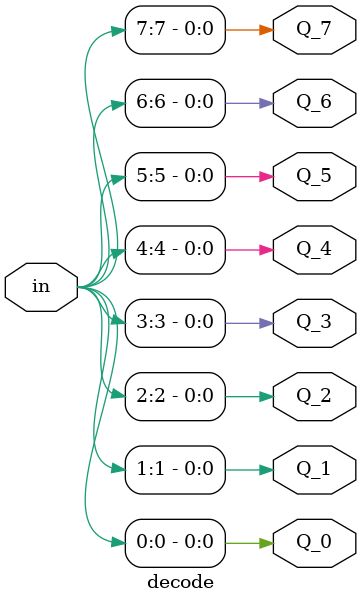
<source format=v>
`timescale 1ns/1ns
module decode(input [7:0]in,output Q_0,Q_1,Q_2,Q_3,Q_4,Q_5,Q_6,Q_7);
  assign Q_0=in[0];
  assign Q_1=in[1];
  assign Q_2=in[2];
  assign Q_3=in[3];
  assign Q_4=in[4];
  assign Q_5=in[5];
  assign Q_6=in[6];
  assign Q_7=in[7];
endmodule
  
  
  
  
  
  
  

</source>
